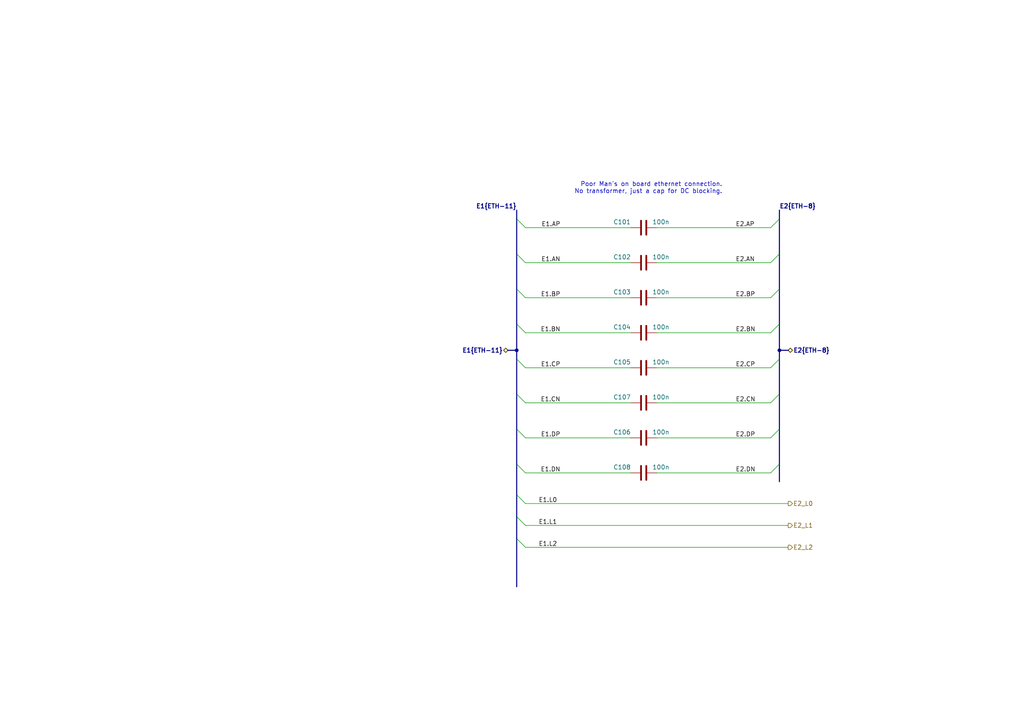
<source format=kicad_sch>
(kicad_sch (version 20231120) (generator "eeschema") (generator_version "8.0")
  (paper "A4")
  (title_block (title "Hexa-Pi") (date "2024-01/02") (rev "1.0") (company "Coxyz") (comment 1 "fjc"))
  (lib_symbols
    (symbol "Device:C" (pin_numbers hide) (pin_names (offset 0.254))
      (property "Reference" "C" (at 0.635 2.54 0))
      (property "Value" "C" (at 0.635 -2.54 0))
      (symbol "C_0_1"
        (polyline (pts (xy -2.032 -0.762) (xy 2.032 -0.762)) (stroke (width 0.508)))
        (polyline (pts (xy -2.032 0.762) (xy 2.032 0.762)) (stroke (width 0.508)))
      )
      (symbol "C_1_1"
        (pin passive line (at 0 3.81 270) (length 2.794) (name "~") (number "1"))
        (pin passive line (at 0 -3.81 90) (length 2.794) (name "~") (number "2"))
      )
    )
  )
  (junction (at 149.86 101.6))
  (junction (at 226.06 101.6))
  (bus_entry (at 226.06 93.98) (size -2.54 2.54))
  (bus_entry (at 149.86 104.14) (size 2.54 2.54))
  (bus_entry (at 226.06 134.62) (size -2.54 2.54))
  (bus_entry (at 149.86 93.98) (size 2.54 2.54))
  (bus_entry (at 149.86 73.66) (size 2.54 2.54))
  (bus_entry (at 149.86 83.82) (size 2.54 2.54))
  (bus_entry (at 226.06 83.82) (size -2.54 2.54))
  (bus_entry (at 149.86 114.3) (size 2.54 2.54))
  (bus_entry (at 226.06 73.66) (size -2.54 2.54))
  (bus_entry (at 149.86 63.5) (size 2.54 2.54))
  (bus_entry (at 226.06 114.3) (size -2.54 2.54))
  (bus_entry (at 149.86 149.86) (size 2.54 2.54))
  (bus_entry (at 226.06 124.46) (size -2.54 2.54))
  (bus_entry (at 149.86 143.51) (size 2.54 2.54))
  (bus_entry (at 149.86 124.46) (size 2.54 2.54))
  (bus_entry (at 149.86 134.62) (size 2.54 2.54))
  (bus_entry (at 226.06 63.5) (size -2.54 2.54))
  (bus_entry (at 226.06 104.14) (size -2.54 2.54))
  (bus_entry (at 149.86 156.21) (size 2.54 2.54))
  (bus (pts (xy 226.06 134.62) (xy 226.06 139.7)))
  (bus (pts (xy 226.06 101.6) (xy 226.06 104.14)))
  (bus (pts (xy 149.86 101.6) (xy 149.86 104.14)))
  (bus (pts (xy 149.86 83.82) (xy 149.86 93.98)))
  (bus (pts (xy 226.06 60.96) (xy 226.06 63.5)))
  (bus (pts (xy 149.86 114.3) (xy 149.86 124.46)))
  (wire (pts (xy 190.5 137.16) (xy 223.52 137.16)))
  (wire (pts (xy 152.4 146.05) (xy 228.6 146.05)))
  (wire (pts (xy 190.5 96.52) (xy 223.52 96.52)))
  (wire (pts (xy 152.4 86.36) (xy 182.88 86.36)))
  (wire (pts (xy 152.4 66.04) (xy 182.88 66.04)))
  (wire (pts (xy 152.4 96.52) (xy 182.88 96.52)))
  (bus (pts (xy 149.86 101.6) (xy 147.32 101.6)))
  (bus (pts (xy 226.06 101.6) (xy 228.6 101.6)))
  (bus (pts (xy 226.06 93.98) (xy 226.06 101.6)))
  (bus (pts (xy 149.86 73.66) (xy 149.86 83.82)))
  (wire (pts (xy 190.5 106.68) (xy 223.52 106.68)))
  (wire (pts (xy 152.4 158.75) (xy 228.6 158.75)))
  (bus (pts (xy 149.86 60.96) (xy 149.86 63.5)))
  (wire (pts (xy 152.4 76.2) (xy 182.88 76.2)))
  (bus (pts (xy 226.06 63.5) (xy 226.06 73.66)))
  (bus (pts (xy 149.86 104.14) (xy 149.86 114.3)))
  (bus (pts (xy 149.86 134.62) (xy 149.86 143.51)))
  (wire (pts (xy 190.5 127) (xy 223.52 127)))
  (wire (pts (xy 152.4 106.68) (xy 182.88 106.68)))
  (bus (pts (xy 149.86 124.46) (xy 149.86 134.62)))
  (wire (pts (xy 152.4 137.16) (xy 182.88 137.16)))
  (bus (pts (xy 226.06 104.14) (xy 226.06 114.3)))
  (wire (pts (xy 190.5 116.84) (xy 223.52 116.84)))
  (bus (pts (xy 149.86 156.21) (xy 149.86 170.18)))
  (wire (pts (xy 152.4 152.4) (xy 228.6 152.4)))
  (wire (pts (xy 190.5 66.04) (xy 223.52 66.04)))
  (bus (pts (xy 226.06 124.46) (xy 226.06 134.62)))
  (bus (pts (xy 149.86 149.86) (xy 149.86 156.21)))
  (wire (pts (xy 190.5 86.36) (xy 223.52 86.36)))
  (bus (pts (xy 149.86 63.5) (xy 149.86 73.66)))
  (bus (pts (xy 226.06 114.3) (xy 226.06 124.46)))
  (bus (pts (xy 226.06 73.66) (xy 226.06 83.82)))
  (bus (pts (xy 149.86 93.98) (xy 149.86 101.6)))
  (wire (pts (xy 152.4 116.84) (xy 182.88 116.84)))
  (wire (pts (xy 152.4 127) (xy 182.88 127)))
  (bus (pts (xy 149.86 143.51) (xy 149.86 149.86)))
  (bus (pts (xy 226.06 83.82) (xy 226.06 93.98)))
  (wire (pts (xy 190.5 76.2) (xy 223.52 76.2)))
  (text "Poor Man's on board ethernet connection.\nNo transformer, just a cap for DC blocking." (at 209.5421 56.3284 0) (effects (font (size 1.27 1.27)) (justify right bottom)))
  (label "E1.DP" (at 162.56 127 180))
  (label "E1.AP" (at 162.56 66.04 180))
  (label "E1.CP" (at 162.56 106.68 180))
  (label "E1.CN" (at 162.56 116.84 180))
  (label "E2.CP" (at 213.36 106.68 0))
  (label "E1.L2" (at 156.21 158.75 0))
  (label "E1.BP" (at 162.56 86.36 180))
  (label "E2.CN" (at 213.36 116.84 0))
  (label "E2.AP" (at 213.36 66.04 0))
  (label "E1.L1" (at 156.21 152.4 0))
  (label "E1.AN" (at 162.56 76.2 180))
  (label "E1{ETH-11}" (at 149.86 60.96 180) (effects (font (bold yes))))
  (label "E1.DN" (at 162.56 137.16 180))
  (label "E2{ETH-8}" (at 226.06 60.96 0) (effects (font (bold yes))))
  (label "E2.DN" (at 213.36 137.16 0))
  (label "E2.BP" (at 213.36 86.36 0))
  (label "E1.BN" (at 162.56 96.52 180))
  (label "E2.BN" (at 213.36 96.52 0))
  (label "E1.L0" (at 156.21 146.05 0))
  (label "E2.AN" (at 213.36 76.2 0))
  (label "E2.DP" (at 213.36 127 0))
  (hierarchical_label "E2_L1" (shape output) (at 228.6 152.4 0))
  (hierarchical_label "E2_L0" (shape output) (at 228.6 146.05 0))
  (hierarchical_label "E1{ETH-11}" (shape bidirectional) (at 147.32 101.6 180) (effects (font (bold yes))))
  (hierarchical_label "E2{ETH-8}" (shape bidirectional) (at 228.6 101.6 0) (effects (font (bold yes))))
  (hierarchical_label "E2_L2" (shape output) (at 228.6 158.75 0))
  (symbol (lib_id "Device:C") (at 186.69 96.52 90) (unit 1)
    (property "Reference" "C104" (at 182.9816 94.869 90) (effects (justify left)))
    (property "Value" "100n" (at 194.183 94.869 90) (effects (justify left)))
    (property "Footprint" "Capacitor_SMD:C_0402_1005Metric" (effects (hide yes)))
    (property "Datasheet" "https://search.murata.co.jp/Ceramy/image/img/A01X/G101/ENG/GRM21BR71A106KA73-01.pdf" (effects (hide yes)))
    (property "LCSC Part #" "C1525" (effects (hide yes)))
    (property "Part Description" "50V 100nF X7R ±10% 0402 Multilayer Ceramic Capacitors MLCC" (effects (hide yes)))
    (instances (project "Hexa-Pi_1.1" (path "" (reference "C104") (unit 1)) (path "" (reference "C46") (unit 1)) (path "" (reference "C84") (unit 1)) (path "" (reference "C75") (unit 1)) (path "" (reference "C47") (unit 1)) (path "" (reference "C24") (unit 1))))
  )
  (symbol (lib_id "Device:C") (at 186.69 127 90) (unit 1)
    (property "Reference" "C106" (at 182.9816 125.349 90) (effects (justify left)))
    (property "Value" "100n" (at 194.183 125.349 90) (effects (justify left)))
    (property "Footprint" "Capacitor_SMD:C_0402_1005Metric" (effects (hide yes)))
    (property "Datasheet" "https://search.murata.co.jp/Ceramy/image/img/A01X/G101/ENG/GRM21BR71A106KA73-01.pdf" (effects (hide yes)))
    (property "LCSC Part #" "C1525" (effects (hide yes)))
    (property "Part Description" "50V 100nF X7R ±10% 0402 Multilayer Ceramic Capacitors MLCC" (effects (hide yes)))
    (instances (project "Hexa-Pi_1.1" (path "" (reference "C106") (unit 1)) (path "" (reference "C40") (unit 1)) (path "" (reference "C78") (unit 1)) (path "" (reference "C80") (unit 1)) (path "" (reference "C59") (unit 1)) (path "" (reference "C21") (unit 1))))
  )
  (symbol (lib_id "Device:C") (at 186.69 86.36 90) (unit 1)
    (property "Reference" "C103" (at 182.9816 84.709 90) (effects (justify left)))
    (property "Value" "100n" (at 194.183 84.709 90) (effects (justify left)))
    (property "Footprint" "Capacitor_SMD:C_0402_1005Metric" (effects (hide yes)))
    (property "Datasheet" "https://search.murata.co.jp/Ceramy/image/img/A01X/G101/ENG/GRM21BR71A106KA73-01.pdf" (effects (hide yes)))
    (property "LCSC Part #" "C1525" (effects (hide yes)))
    (property "Part Description" "50V 100nF X7R ±10% 0402 Multilayer Ceramic Capacitors MLCC" (effects (hide yes)))
    (instances (project "Hexa-Pi_1.1" (path "" (reference "C103") (unit 1)) (path "" (reference "C51") (unit 1)) (path "" (reference "C87") (unit 1)) (path "" (reference "C72") (unit 1)) (path "" (reference "C43") (unit 1)) (path "" (reference "C25") (unit 1))))
  )
  (symbol (lib_id "Device:C") (at 186.69 116.84 90) (unit 1)
    (property "Reference" "C107" (at 182.9816 115.189 90) (effects (justify left)))
    (property "Value" "100n" (at 194.183 115.189 90) (effects (justify left)))
    (property "Footprint" "Capacitor_SMD:C_0402_1005Metric" (effects (hide yes)))
    (property "Datasheet" "https://search.murata.co.jp/Ceramy/image/img/A01X/G101/ENG/GRM21BR71A106KA73-01.pdf" (effects (hide yes)))
    (property "LCSC Part #" "C1525" (effects (hide yes)))
    (property "Part Description" "50V 100nF X7R ±10% 0402 Multilayer Ceramic Capacitors MLCC" (effects (hide yes)))
    (instances (project "Hexa-Pi_1.1" (path "" (reference "C107") (unit 1)) (path "" (reference "C41") (unit 1)) (path "" (reference "C82") (unit 1)) (path "" (reference "C79") (unit 1)) (path "" (reference "C58") (unit 1)) (path "" (reference "C22") (unit 1))))
  )
  (symbol (lib_id "Device:C") (at 186.69 66.04 90) (unit 1)
    (property "Reference" "C101" (at 182.9816 64.389 90) (effects (justify left)))
    (property "Value" "100n" (at 194.183 64.389 90) (effects (justify left)))
    (property "Footprint" "Capacitor_SMD:C_0402_1005Metric" (effects (hide yes)))
    (property "Datasheet" "https://search.murata.co.jp/Ceramy/image/img/A01X/G101/ENG/GRM21BR71A106KA73-01.pdf" (effects (hide yes)))
    (property "LCSC Part #" "C1525" (effects (hide yes)))
    (property "Part Description" "50V 100nF X7R ±10% 0402 Multilayer Ceramic Capacitors MLCC" (effects (hide yes)))
    (instances (project "Hexa-Pi_1.1" (path "" (reference "C101") (unit 1)) (path "" (reference "C57") (unit 1)) (path "" (reference "C89") (unit 1)) (path "" (reference "C68") (unit 1)) (path "" (reference "C38") (unit 1)) (path "" (reference "C27") (unit 1))))
  )
  (symbol (lib_id "Device:C") (at 186.69 106.68 90) (unit 1)
    (property "Reference" "C105" (at 182.9816 105.029 90) (effects (justify left)))
    (property "Value" "100n" (at 194.183 105.029 90) (effects (justify left)))
    (property "Footprint" "Capacitor_SMD:C_0402_1005Metric" (effects (hide yes)))
    (property "Datasheet" "https://search.murata.co.jp/Ceramy/image/img/A01X/G101/ENG/GRM21BR71A106KA73-01.pdf" (effects (hide yes)))
    (property "LCSC Part #" "C1525" (effects (hide yes)))
    (property "Part Description" "50V 100nF X7R ±10% 0402 Multilayer Ceramic Capacitors MLCC" (effects (hide yes)))
    (instances (project "Hexa-Pi_1.1" (path "" (reference "C105") (unit 1)) (path "" (reference "C45") (unit 1)) (path "" (reference "C85") (unit 1)) (path "" (reference "C76") (unit 1)) (path "" (reference "C54") (unit 1)) (path "" (reference "C23") (unit 1))))
  )
  (symbol (lib_id "Device:C") (at 186.69 76.2 90) (unit 1)
    (property "Reference" "C102" (at 182.9816 74.549 90) (effects (justify left)))
    (property "Value" "100n" (at 194.183 74.549 90) (effects (justify left)))
    (property "Footprint" "Capacitor_SMD:C_0402_1005Metric" (effects (hide yes)))
    (property "Datasheet" "https://search.murata.co.jp/Ceramy/image/img/A01X/G101/ENG/GRM21BR71A106KA73-01.pdf" (effects (hide yes)))
    (property "LCSC Part #" "C1525" (effects (hide yes)))
    (property "Part Description" "50V 100nF X7R ±10% 0402 Multilayer Ceramic Capacitors MLCC" (effects (hide yes)))
    (instances (project "Hexa-Pi_1.1" (path "" (reference "C102") (unit 1)) (path "" (reference "C52") (unit 1)) (path "" (reference "C88") (unit 1)) (path "" (reference "C71") (unit 1)) (path "" (reference "C42") (unit 1)) (path "" (reference "C26") (unit 1))))
  )
  (symbol (lib_id "Device:C") (at 186.69 137.16 90) (unit 1)
    (property "Reference" "C108" (at 182.9816 135.509 90) (effects (justify left)))
    (property "Value" "100n" (at 194.183 135.509 90) (effects (justify left)))
    (property "Footprint" "Capacitor_SMD:C_0402_1005Metric" (effects (hide yes)))
    (property "Datasheet" "https://search.murata.co.jp/Ceramy/image/img/A01X/G101/ENG/GRM21BR71A106KA73-01.pdf" (effects (hide yes)))
    (property "LCSC Part #" "C1525" (effects (hide yes)))
    (property "Part Description" "50V 100nF X7R ±10% 0402 Multilayer Ceramic Capacitors MLCC" (effects (hide yes)))
    (instances (project "Hexa-Pi_1.1" (path "" (reference "C108") (unit 1)) (path "" (reference "C37") (unit 1)) (path "" (reference "C74") (unit 1)) (path "" (reference "C83") (unit 1)) (path "" (reference "C60") (unit 1)) (path "" (reference "C20") (unit 1))))
  )
)
</source>
